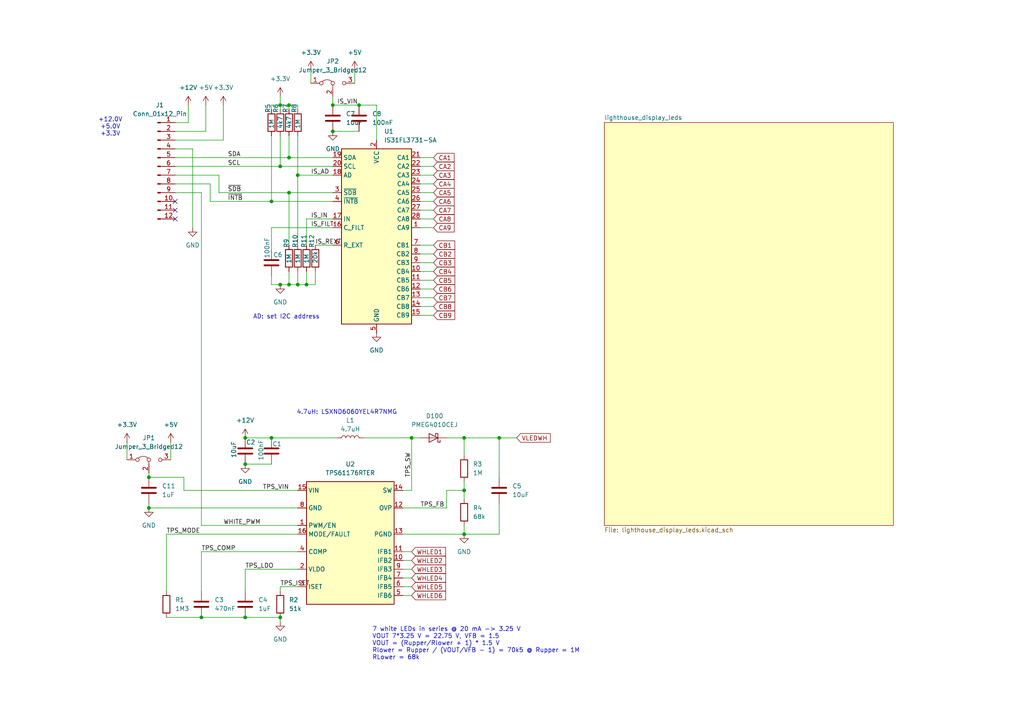
<source format=kicad_sch>
(kicad_sch (version 20231120) (generator "eeschema") (generator_version "8.0")
  (paper "A4")
  (lib_symbols
    (symbol "Connector:Conn_01x12_Pin" (pin_names (offset 1.016) hide)
      (property "Reference" "J" (at 0 15.24 0))
      (property "Value" "Conn_01x12_Pin" (at 0 -17.78 0))
      (symbol "Conn_01x12_Pin_1_1"
        (polyline (pts (xy 1.27 -15.24) (xy 0.8636 -15.24)) (stroke (width 0.1524)))
        (polyline (pts (xy 1.27 -12.7) (xy 0.8636 -12.7)) (stroke (width 0.1524)))
        (polyline (pts (xy 1.27 -10.16) (xy 0.8636 -10.16)) (stroke (width 0.1524)))
        (polyline (pts (xy 1.27 -7.62) (xy 0.8636 -7.62)) (stroke (width 0.1524)))
        (polyline (pts (xy 1.27 -5.08) (xy 0.8636 -5.08)) (stroke (width 0.1524)))
        (polyline (pts (xy 1.27 -2.54) (xy 0.8636 -2.54)) (stroke (width 0.1524)))
        (polyline (pts (xy 1.27 0) (xy 0.8636 0)) (stroke (width 0.1524)))
        (polyline (pts (xy 1.27 2.54) (xy 0.8636 2.54)) (stroke (width 0.1524)))
        (polyline (pts (xy 1.27 5.08) (xy 0.8636 5.08)) (stroke (width 0.1524)))
        (polyline (pts (xy 1.27 7.62) (xy 0.8636 7.62)) (stroke (width 0.1524)))
        (polyline (pts (xy 1.27 10.16) (xy 0.8636 10.16)) (stroke (width 0.1524)))
        (polyline (pts (xy 1.27 12.7) (xy 0.8636 12.7)) (stroke (width 0.1524)))
        (rectangle (start 0.8636 -15.113) (end 0 -15.367) (stroke (width 0.1524)) (fill (type outline)))
        (rectangle (start 0.8636 -12.573) (end 0 -12.827) (stroke (width 0.1524)) (fill (type outline)))
        (rectangle (start 0.8636 -10.033) (end 0 -10.287) (stroke (width 0.1524)) (fill (type outline)))
        (rectangle (start 0.8636 -7.493) (end 0 -7.747) (stroke (width 0.1524)) (fill (type outline)))
        (rectangle (start 0.8636 -4.953) (end 0 -5.207) (stroke (width 0.1524)) (fill (type outline)))
        (rectangle (start 0.8636 -2.413) (end 0 -2.667) (stroke (width 0.1524)) (fill (type outline)))
        (rectangle (start 0.8636 0.127) (end 0 -0.127) (stroke (width 0.1524)) (fill (type outline)))
        (rectangle (start 0.8636 2.667) (end 0 2.413) (stroke (width 0.1524)) (fill (type outline)))
        (rectangle (start 0.8636 5.207) (end 0 4.953) (stroke (width 0.1524)) (fill (type outline)))
        (rectangle (start 0.8636 7.747) (end 0 7.493) (stroke (width 0.1524)) (fill (type outline)))
        (rectangle (start 0.8636 10.287) (end 0 10.033) (stroke (width 0.1524)) (fill (type outline)))
        (rectangle (start 0.8636 12.827) (end 0 12.573) (stroke (width 0.1524)) (fill (type outline)))
        (pin passive line (at 5.08 12.7 180) (length 3.81) (name "Pin_1") (number "1"))
        (pin passive line (at 5.08 -10.16 180) (length 3.81) (name "Pin_10") (number "10"))
        (pin passive line (at 5.08 -12.7 180) (length 3.81) (name "Pin_11") (number "11"))
        (pin passive line (at 5.08 -15.24 180) (length 3.81) (name "Pin_12") (number "12"))
        (pin passive line (at 5.08 10.16 180) (length 3.81) (name "Pin_2") (number "2"))
        (pin passive line (at 5.08 7.62 180) (length 3.81) (name "Pin_3") (number "3"))
        (pin passive line (at 5.08 5.08 180) (length 3.81) (name "Pin_4") (number "4"))
        (pin passive line (at 5.08 2.54 180) (length 3.81) (name "Pin_5") (number "5"))
        (pin passive line (at 5.08 0 180) (length 3.81) (name "Pin_6") (number "6"))
        (pin passive line (at 5.08 -2.54 180) (length 3.81) (name "Pin_7") (number "7"))
        (pin passive line (at 5.08 -5.08 180) (length 3.81) (name "Pin_8") (number "8"))
        (pin passive line (at 5.08 -7.62 180) (length 3.81) (name "Pin_9") (number "9"))
      )
    )
    (symbol "Device:C" (pin_numbers hide) (pin_names (offset 0.254))
      (property "Reference" "C" (at 0.635 2.54 0))
      (property "Value" "C" (at 0.635 -2.54 0))
      (symbol "C_0_1"
        (polyline (pts (xy -2.032 -0.762) (xy 2.032 -0.762)) (stroke (width 0.508)))
        (polyline (pts (xy -2.032 0.762) (xy 2.032 0.762)) (stroke (width 0.508)))
      )
      (symbol "C_1_1"
        (pin passive line (at 0 3.81 270) (length 2.794) (name "~") (number "1"))
        (pin passive line (at 0 -3.81 90) (length 2.794) (name "~") (number "2"))
      )
    )
    (symbol "Device:L" (pin_numbers hide) (pin_names (offset 1.016) hide)
      (property "Reference" "L" (at -1.27 0 90))
      (property "Value" "L" (at 1.905 0 90))
      (symbol "L_0_1"
        (arc (start 0 -2.54) (mid 0.6323 -1.905) (end 0 -1.27))
        (arc (start 0 -1.27) (mid 0.6323 -0.635) (end 0 0))
        (arc (start 0 0) (mid 0.6323 0.635) (end 0 1.27))
        (arc (start 0 1.27) (mid 0.6323 1.905) (end 0 2.54))
      )
      (symbol "L_1_1"
        (pin passive line (at 0 3.81 270) (length 1.27) (name "1") (number "1"))
        (pin passive line (at 0 -3.81 90) (length 1.27) (name "2") (number "2"))
      )
    )
    (symbol "Device:R" (pin_numbers hide) (pin_names (offset 0))
      (property "Reference" "R" (at 2.032 0 90))
      (property "Value" "R" (at 0 0 90))
      (symbol "R_0_1"
        (rectangle (start -1.016 -2.54) (end 1.016 2.54) (stroke (width 0.254)))
      )
      (symbol "R_1_1"
        (pin passive line (at 0 3.81 270) (length 1.27) (name "~") (number "1"))
        (pin passive line (at 0 -3.81 90) (length 1.27) (name "~") (number "2"))
      )
    )
    (symbol "Diode:PMEG4010CEJ" (pin_numbers hide) (pin_names hide)
      (property "Reference" "D" (at 0 2.54 0))
      (property "Value" "PMEG4010CEJ" (at 0 -2.54 0))
      (symbol "PMEG4010CEJ_0_1"
        (polyline (pts (xy 1.27 0) (xy -1.27 0)))
        (polyline (pts (xy 1.27 1.27) (xy 1.27 -1.27) (xy -1.27 0) (xy 1.27 1.27)) (stroke (width 0.2032)))
        (polyline (pts (xy -1.905 0.635) (xy -1.905 1.27) (xy -1.27 1.27) (xy -1.27 -1.27) (xy -0.635 -1.27) (xy -0.635 -0.635)) (stroke (width 0.2032)))
      )
      (symbol "PMEG4010CEJ_1_1"
        (pin passive line (at -3.81 0 0) (length 2.54) (name "K") (number "1"))
        (pin passive line (at 3.81 0 180) (length 2.54) (name "A") (number "2"))
      )
    )
    (symbol "Driver_LED:IS31FL3731-SA"
      (property "Reference" "U" (at -10.16 26.035 0))
      (property "Value" "IS31FL3731-SA" (at 2.54 -26.035 0))
      (symbol "IS31FL3731-SA_0_1"
        (rectangle (start -10.16 25.4) (end 10.16 -25.4) (stroke (width 0.254)) (fill (type background)))
      )
      (symbol "IS31FL3731-SA_1_1"
        (pin bidirectional line (at 12.7 2.54 180) (length 2.54) (name "CA9") (number "1"))
        (pin bidirectional line (at 12.7 -10.16 180) (length 2.54) (name "CB4") (number "10"))
        (pin bidirectional line (at 12.7 -12.7 180) (length 2.54) (name "CB5") (number "11"))
        (pin bidirectional line (at 12.7 -15.24 180) (length 2.54) (name "CB6") (number "12"))
        (pin bidirectional line (at 12.7 -17.78 180) (length 2.54) (name "CB7") (number "13"))
        (pin bidirectional line (at 12.7 -20.32 180) (length 2.54) (name "CB8") (number "14"))
        (pin bidirectional line (at 12.7 -22.86 180) (length 2.54) (name "CB9") (number "15"))
        (pin passive line (at -12.7 2.54 0) (length 2.54) (name "C_FILT") (number "16"))
        (pin input line (at -12.7 5.08 0) (length 2.54) (name "IN") (number "17"))
        (pin input line (at -12.7 17.78 0) (length 2.54) (name "AD") (number "18"))
        (pin bidirectional line (at -12.7 22.86 0) (length 2.54) (name "SDA") (number "19"))
        (pin power_in line (at 0 27.94 270) (length 2.54) (name "VCC") (number "2"))
        (pin input line (at -12.7 20.32 0) (length 2.54) (name "SCL") (number "20"))
        (pin bidirectional line (at 12.7 22.86 180) (length 2.54) (name "CA1") (number "21"))
        (pin bidirectional line (at 12.7 20.32 180) (length 2.54) (name "CA2") (number "22"))
        (pin bidirectional line (at 12.7 17.78 180) (length 2.54) (name "CA3") (number "23"))
        (pin bidirectional line (at 12.7 15.24 180) (length 2.54) (name "CA4") (number "24"))
        (pin bidirectional line (at 12.7 12.7 180) (length 2.54) (name "CA5") (number "25"))
        (pin bidirectional line (at 12.7 10.16 180) (length 2.54) (name "CA6") (number "26"))
        (pin bidirectional line (at 12.7 7.62 180) (length 2.54) (name "CA7") (number "27"))
        (pin bidirectional line (at 12.7 5.08 180) (length 2.54) (name "CA8") (number "28"))
        (pin input line (at -12.7 12.7 0) (length 2.54) (name "~{SDB}") (number "3"))
        (pin open_collector line (at -12.7 10.16 0) (length 2.54) (name "~{INTB}") (number "4"))
        (pin power_in line (at 0 -27.94 90) (length 2.54) (name "GND") (number "5"))
        (pin passive line (at -12.7 -2.54 0) (length 2.54) (name "R_EXT") (number "6"))
        (pin bidirectional line (at 12.7 -2.54 180) (length 2.54) (name "CB1") (number "7"))
        (pin bidirectional line (at 12.7 -5.08 180) (length 2.54) (name "CB2") (number "8"))
        (pin bidirectional line (at 12.7 -7.62 180) (length 2.54) (name "CB3") (number "9"))
      )
    )
    (symbol "Jumper:Jumper_3_Bridged12" (pin_names (offset 0) hide) (exclude_from_sim yes) (in_bom no)
      (property "Reference" "JP" (at -2.54 -2.54 0))
      (property "Value" "Jumper_3_Bridged12" (at 0 2.794 0))
      (symbol "Jumper_3_Bridged12_0_0"
        (circle (center -3.302 0) (radius 0.508))
        (circle (center 0 0) (radius 0.508))
        (circle (center 3.302 0) (radius 0.508))
      )
      (symbol "Jumper_3_Bridged12_0_1"
        (arc (start -0.254 0.508) (mid -1.651 0.9912) (end -3.048 0.508))
        (polyline (pts (xy 0 -1.27) (xy 0 -0.508)))
      )
      (symbol "Jumper_3_Bridged12_1_1"
        (pin passive line (at -6.35 0 0) (length 2.54) (name "A") (number "1"))
        (pin passive line (at 0 -3.81 90) (length 2.54) (name "C") (number "2"))
        (pin passive line (at 6.35 0 180) (length 2.54) (name "B") (number "3"))
      )
    )
    (symbol "lighthouse:TPS61176RTER"
      (property "Reference" "U" (at 0 17.78 0))
      (property "Value" "TPS61176RTER" (at 0 -22.86 0))
      (symbol "TPS61176RTER_1_1"
        (rectangle (start -12.7 15.24) (end 12.7 -20.32) (stroke (width 0.254) (color 132 0 0 1)) (fill (type background)))
        (pin input line (at -15.24 2.54 0) (length 2.54) (name "PWM/EN") (number "1"))
        (pin input line (at 15.24 -7.62 180) (length 2.54) (name "IFB2") (number "10"))
        (pin input line (at 15.24 -5.08 180) (length 2.54) (name "IFB1") (number "11"))
        (pin input line (at 15.24 7.62 180) (length 2.54) (name "OVP") (number "12"))
        (pin input line (at 15.24 0 180) (length 2.54) (name "PGND") (number "13"))
        (pin input line (at 15.24 12.7 180) (length 2.54) (name "SW") (number "14"))
        (pin input line (at -15.24 12.7 0) (length 2.54) (name "VIN") (number "15"))
        (pin input line (at -15.24 0 0) (length 2.54) (name "MODE/FAULT") (number "16"))
        (pin input line (at -15.24 -10.16 0) (length 2.54) (name "VLDO") (number "2"))
        (pin input line (at -15.24 -15.24 0) (length 2.54) (name "ISET") (number "3"))
        (pin input line (at -15.24 -5.08 0) (length 2.54) (name "COMP") (number "4"))
        (pin input line (at 15.24 -17.78 180) (length 2.54) (name "IFB6") (number "5"))
        (pin input line (at 15.24 -15.24 180) (length 2.54) (name "IFB5") (number "6"))
        (pin input line (at 15.24 -12.7 180) (length 2.54) (name "IFB4") (number "7"))
        (pin input line (at -15.24 7.62 0) (length 2.54) (name "GND") (number "8"))
        (pin input line (at 15.24 -10.16 180) (length 2.54) (name "IFB3") (number "9"))
      )
    )
    (symbol "power:+12V" (power) (pin_numbers hide) (pin_names (offset 0) hide)
      (property "Value" "+12V" (at 0 3.556 0))
      (symbol "+12V_0_1"
        (polyline (pts (xy -0.762 1.27) (xy 0 2.54)))
        (polyline (pts (xy 0 0) (xy 0 2.54)))
        (polyline (pts (xy 0 2.54) (xy 0.762 1.27)))
      )
      (symbol "+12V_1_1"
        (pin power_in line (at 0 0 90) (length 0) (name "~") (number "1"))
      )
    )
    (symbol "power:+3.3V" (power) (pin_numbers hide) (pin_names (offset 0) hide)
      (property "Value" "+3.3V" (at 0 3.556 0))
      (symbol "+3.3V_0_1"
        (polyline (pts (xy -0.762 1.27) (xy 0 2.54)))
        (polyline (pts (xy 0 0) (xy 0 2.54)))
        (polyline (pts (xy 0 2.54) (xy 0.762 1.27)))
      )
      (symbol "+3.3V_1_1"
        (pin power_in line (at 0 0 90) (length 0) (name "~") (number "1"))
      )
    )
    (symbol "power:+5V" (power) (pin_numbers hide) (pin_names (offset 0) hide)
      (property "Value" "+5V" (at 0 3.556 0))
      (symbol "+5V_0_1"
        (polyline (pts (xy -0.762 1.27) (xy 0 2.54)))
        (polyline (pts (xy 0 0) (xy 0 2.54)))
        (polyline (pts (xy 0 2.54) (xy 0.762 1.27)))
      )
      (symbol "+5V_1_1"
        (pin power_in line (at 0 0 90) (length 0) (name "~") (number "1"))
      )
    )
    (symbol "power:GND" (power) (pin_numbers hide) (pin_names (offset 0) hide)
      (property "Value" "GND" (at 0 -3.81 0))
      (symbol "GND_0_1"
        (polyline (pts (xy 0 0) (xy 0 -1.27) (xy 1.27 -1.27) (xy 0 -2.54) (xy -1.27 -1.27) (xy 0 -1.27)))
      )
      (symbol "GND_1_1"
        (pin power_in line (at 0 0 270) (length 0) (name "~") (number "1"))
      )
    )
  )
  (junction (at 43.18 138.43))
  (junction (at 71.12 134.62))
  (junction (at 88.9 82.55))
  (junction (at 134.62 127))
  (junction (at 78.74 127))
  (junction (at 119.38 127))
  (junction (at 81.28 48.26))
  (junction (at 71.12 179.07))
  (junction (at 86.36 50.8))
  (junction (at 81.28 30.48))
  (junction (at 81.28 179.07))
  (junction (at 96.52 30.48))
  (junction (at 83.82 82.55))
  (junction (at 81.28 82.55))
  (junction (at 134.62 142.24))
  (junction (at 144.78 127))
  (junction (at 83.82 55.88))
  (junction (at 104.14 30.48))
  (junction (at 134.62 154.94))
  (junction (at 43.18 147.32))
  (junction (at 83.82 30.48))
  (junction (at 58.42 179.07))
  (junction (at 86.36 82.55))
  (junction (at 83.82 45.72))
  (junction (at 71.12 127))
  (junction (at 78.74 58.42))
  (junction (at 96.52 38.1))
  (no_connect (at 50.8 60.96))
  (no_connect (at 50.8 63.5))
  (no_connect (at 50.8 58.42))
  (wire (pts (xy 86.36 50.8) (xy 96.52 50.8)))
  (wire (pts (xy 71.12 179.07) (xy 81.28 179.07)))
  (wire (pts (xy 86.36 170.18) (xy 81.28 170.18)))
  (wire (pts (xy 78.74 66.04) (xy 96.52 66.04)))
  (wire (pts (xy 71.12 127) (xy 78.74 127)))
  (wire (pts (xy 83.82 45.72) (xy 83.82 39.37)))
  (wire (pts (xy 91.44 71.12) (xy 96.52 71.12)))
  (wire (pts (xy 121.92 86.36) (xy 125.73 86.36)))
  (wire (pts (xy 109.22 40.64) (xy 109.22 30.48)))
  (wire (pts (xy 58.42 160.02) (xy 58.42 171.45)))
  (wire (pts (xy 134.62 127) (xy 134.62 132.08)))
  (wire (pts (xy 78.74 127) (xy 97.79 127)))
  (wire (pts (xy 96.52 38.1) (xy 104.14 38.1)))
  (wire (pts (xy 81.28 30.48) (xy 81.28 31.75)))
  (wire (pts (xy 121.92 76.2) (xy 125.73 76.2)))
  (wire (pts (xy 81.28 27.94) (xy 81.28 30.48)))
  (wire (pts (xy 116.84 142.24) (xy 119.38 142.24)))
  (wire (pts (xy 43.18 147.32) (xy 86.36 147.32)))
  (wire (pts (xy 121.92 88.9) (xy 125.73 88.9)))
  (wire (pts (xy 144.78 146.05) (xy 144.78 154.94)))
  (wire (pts (xy 116.84 167.64) (xy 119.38 167.64)))
  (wire (pts (xy 88.9 82.55) (xy 91.44 82.55)))
  (wire (pts (xy 50.8 38.1) (xy 59.69 38.1)))
  (wire (pts (xy 71.12 165.1) (xy 71.12 171.45)))
  (wire (pts (xy 63.5 50.8) (xy 50.8 50.8)))
  (wire (pts (xy 144.78 127) (xy 149.86 127)))
  (wire (pts (xy 81.28 39.37) (xy 81.28 48.26)))
  (wire (pts (xy 116.84 154.94) (xy 134.62 154.94)))
  (wire (pts (xy 91.44 78.74) (xy 91.44 82.55)))
  (wire (pts (xy 63.5 55.88) (xy 83.82 55.88)))
  (wire (pts (xy 116.84 165.1) (xy 119.38 165.1)))
  (wire (pts (xy 121.92 60.96) (xy 125.73 60.96)))
  (wire (pts (xy 134.62 152.4) (xy 134.62 154.94)))
  (wire (pts (xy 83.82 55.88) (xy 96.52 55.88)))
  (wire (pts (xy 86.36 39.37) (xy 86.36 50.8)))
  (wire (pts (xy 86.36 160.02) (xy 58.42 160.02)))
  (wire (pts (xy 50.8 35.56) (xy 54.61 35.56)))
  (wire (pts (xy 81.28 170.18) (xy 81.28 171.45)))
  (wire (pts (xy 78.74 30.48) (xy 81.28 30.48)))
  (wire (pts (xy 58.42 179.07) (xy 71.12 179.07)))
  (wire (pts (xy 134.62 142.24) (xy 134.62 139.7)))
  (wire (pts (xy 60.96 58.42) (xy 78.74 58.42)))
  (wire (pts (xy 96.52 30.48) (xy 104.14 30.48)))
  (wire (pts (xy 121.92 55.88) (xy 125.73 55.88)))
  (wire (pts (xy 53.34 138.43) (xy 43.18 138.43)))
  (wire (pts (xy 58.42 55.88) (xy 50.8 55.88)))
  (wire (pts (xy 96.52 63.5) (xy 88.9 63.5)))
  (wire (pts (xy 64.77 30.48) (xy 64.77 40.64)))
  (wire (pts (xy 116.84 172.72) (xy 119.38 172.72)))
  (wire (pts (xy 116.84 160.02) (xy 119.38 160.02)))
  (wire (pts (xy 83.82 30.48) (xy 83.82 31.75)))
  (wire (pts (xy 78.74 80.01) (xy 78.74 82.55)))
  (wire (pts (xy 134.62 154.94) (xy 144.78 154.94)))
  (wire (pts (xy 83.82 82.55) (xy 86.36 82.55)))
  (wire (pts (xy 53.34 142.24) (xy 53.34 138.43)))
  (wire (pts (xy 90.17 20.32) (xy 90.17 24.13)))
  (wire (pts (xy 50.8 48.26) (xy 81.28 48.26)))
  (wire (pts (xy 129.54 147.32) (xy 129.54 142.24)))
  (wire (pts (xy 81.28 82.55) (xy 83.82 82.55)))
  (wire (pts (xy 71.12 134.62) (xy 78.74 134.62)))
  (wire (pts (xy 121.92 48.26) (xy 125.73 48.26)))
  (wire (pts (xy 53.34 142.24) (xy 86.36 142.24)))
  (wire (pts (xy 86.36 31.75) (xy 86.36 30.48)))
  (wire (pts (xy 144.78 138.43) (xy 144.78 127)))
  (wire (pts (xy 63.5 55.88) (xy 63.5 50.8)))
  (wire (pts (xy 59.69 38.1) (xy 59.69 30.48)))
  (wire (pts (xy 58.42 152.4) (xy 58.42 55.88)))
  (wire (pts (xy 129.54 142.24) (xy 134.62 142.24)))
  (wire (pts (xy 121.92 53.34) (xy 125.73 53.34)))
  (wire (pts (xy 54.61 30.48) (xy 54.61 35.56)))
  (wire (pts (xy 86.36 50.8) (xy 86.36 71.12)))
  (wire (pts (xy 48.26 154.94) (xy 48.26 171.45)))
  (wire (pts (xy 121.92 63.5) (xy 125.73 63.5)))
  (wire (pts (xy 121.92 71.12) (xy 125.73 71.12)))
  (wire (pts (xy 78.74 39.37) (xy 78.74 58.42)))
  (wire (pts (xy 43.18 146.05) (xy 43.18 147.32)))
  (wire (pts (xy 50.8 45.72) (xy 83.82 45.72)))
  (wire (pts (xy 48.26 179.07) (xy 58.42 179.07)))
  (wire (pts (xy 129.54 127) (xy 134.62 127)))
  (wire (pts (xy 116.84 170.18) (xy 119.38 170.18)))
  (wire (pts (xy 121.92 73.66) (xy 125.73 73.66)))
  (wire (pts (xy 121.92 58.42) (xy 125.73 58.42)))
  (wire (pts (xy 119.38 127) (xy 121.92 127)))
  (wire (pts (xy 78.74 58.42) (xy 96.52 58.42)))
  (wire (pts (xy 83.82 45.72) (xy 96.52 45.72)))
  (wire (pts (xy 96.52 48.26) (xy 81.28 48.26)))
  (wire (pts (xy 78.74 82.55) (xy 81.28 82.55)))
  (wire (pts (xy 81.28 30.48) (xy 83.82 30.48)))
  (wire (pts (xy 116.84 147.32) (xy 129.54 147.32)))
  (wire (pts (xy 60.96 53.34) (xy 60.96 58.42)))
  (wire (pts (xy 50.8 53.34) (xy 60.96 53.34)))
  (wire (pts (xy 88.9 78.74) (xy 88.9 82.55)))
  (wire (pts (xy 55.88 43.18) (xy 55.88 66.04)))
  (wire (pts (xy 121.92 45.72) (xy 125.73 45.72)))
  (wire (pts (xy 109.22 30.48) (xy 104.14 30.48)))
  (wire (pts (xy 144.78 127) (xy 134.62 127)))
  (wire (pts (xy 58.42 152.4) (xy 86.36 152.4)))
  (wire (pts (xy 49.53 128.27) (xy 49.53 133.35)))
  (wire (pts (xy 102.87 20.32) (xy 102.87 24.13)))
  (wire (pts (xy 96.52 27.94) (xy 96.52 30.48)))
  (wire (pts (xy 36.83 128.27) (xy 36.83 133.35)))
  (wire (pts (xy 121.92 83.82) (xy 125.73 83.82)))
  (wire (pts (xy 88.9 63.5) (xy 88.9 71.12)))
  (wire (pts (xy 86.36 154.94) (xy 48.26 154.94)))
  (wire (pts (xy 121.92 66.04) (xy 125.73 66.04)))
  (wire (pts (xy 121.92 81.28) (xy 125.73 81.28)))
  (wire (pts (xy 81.28 179.07) (xy 81.28 180.34)))
  (wire (pts (xy 83.82 55.88) (xy 83.82 71.12)))
  (wire (pts (xy 50.8 43.18) (xy 55.88 43.18)))
  (wire (pts (xy 83.82 30.48) (xy 86.36 30.48)))
  (wire (pts (xy 78.74 31.75) (xy 78.74 30.48)))
  (wire (pts (xy 86.36 165.1) (xy 71.12 165.1)))
  (wire (pts (xy 43.18 137.16) (xy 43.18 138.43)))
  (wire (pts (xy 125.73 91.44) (xy 121.92 91.44)))
  (wire (pts (xy 119.38 127) (xy 119.38 142.24)))
  (wire (pts (xy 116.84 162.56) (xy 119.38 162.56)))
  (wire (pts (xy 86.36 82.55) (xy 88.9 82.55)))
  (wire (pts (xy 134.62 144.78) (xy 134.62 142.24)))
  (wire (pts (xy 78.74 72.39) (xy 78.74 66.04)))
  (wire (pts (xy 121.92 50.8) (xy 125.73 50.8)))
  (wire (pts (xy 86.36 78.74) (xy 86.36 82.55)))
  (wire (pts (xy 83.82 78.74) (xy 83.82 82.55)))
  (wire (pts (xy 121.92 78.74) (xy 125.73 78.74)))
  (wire (pts (xy 64.77 40.64) (xy 50.8 40.64)))
  (wire (pts (xy 105.41 127) (xy 119.38 127)))
  (text "AD: set I2C address" (at 83.058 91.948 0) (effects (font (size 1.27 1.27))))
  (text "4.7uH: LSXND6060YEL4R7NMG " (at 101.092 119.634 0) (effects (font (size 1.27 1.27))))
  (text "7 white LEDs in series @ 20 mA -> 3.25 V\nVOUT 7*3.25 V = 22.75 V, VFB = 1.5\nVOUT = (Rupper/Rlower + 1) * 1.5 V\nRlower = Rupper / (VOUT/VFB - 1) = 70k5 @ Rupper = 1M\nRLower = 68k" (at 107.95 186.69 0) (effects (font (size 1.27 1.27)) (justify left)))
  (text "+12.0V\n+5.0V\n+3.3V" (at 32.004 36.83 0) (effects (font (size 1.27 1.27))))
  (label "IS_REXT" (at 91.44 71.12 0))
  (label "IS_FILT" (at 90.17 66.04 0))
  (label "SDA" (at 66.04 45.72 0))
  (label "TPS_SW" (at 119.38 138.43 90))
  (label "IS_IN" (at 90.17 63.5 0))
  (label "TPS_LDO" (at 71.12 165.1 0))
  (label "TPS_VIN" (at 76.2 142.24 0))
  (label "SCL" (at 66.04 48.26 0))
  (label "TPS_COMP" (at 58.42 160.02 0))
  (label "TPS_ISET" (at 81.28 170.18 0))
  (label "TPS_MODE" (at 48.26 154.94 0))
  (label "~{SDB}" (at 66.04 55.88 0))
  (label "WHITE_PWM" (at 64.77 152.4 0))
  (label "IS_VIN" (at 97.79 30.48 0))
  (label "~{INTB}" (at 66.04 58.42 0))
  (label "IS_AD" (at 90.17 50.8 0))
  (label "TPS_FB" (at 121.92 147.32 0))
  (global_label "WHLED2" (shape input) (at 119.38 162.56 0) (property "Intersheetrefs" "${INTERSHEET_REFS}" (effects (hide yes))))
  (global_label "CA9" (shape input) (at 125.73 66.04 0) (property "Intersheetrefs" "${INTERSHEET_REFS}" (effects (hide yes))))
  (global_label "CB1" (shape input) (at 125.73 71.12 0) (property "Intersheetrefs" "${INTERSHEET_REFS}" (effects (hide yes))))
  (global_label "CA7" (shape input) (at 125.73 60.96 0) (property "Intersheetrefs" "${INTERSHEET_REFS}" (effects (hide yes))))
  (global_label "CB7" (shape input) (at 125.73 86.36 0) (property "Intersheetrefs" "${INTERSHEET_REFS}" (effects (hide yes))))
  (global_label "CA4" (shape input) (at 125.73 53.34 0) (property "Intersheetrefs" "${INTERSHEET_REFS}" (effects (hide yes))))
  (global_label "CB5" (shape input) (at 125.73 81.28 0) (property "Intersheetrefs" "${INTERSHEET_REFS}" (effects (hide yes))))
  (global_label "CA1" (shape input) (at 125.73 45.72 0) (property "Intersheetrefs" "${INTERSHEET_REFS}" (effects (hide yes))))
  (global_label "WHLED5" (shape input) (at 119.38 170.18 0) (property "Intersheetrefs" "${INTERSHEET_REFS}" (effects (hide yes))))
  (global_label "CB6" (shape input) (at 125.73 83.82 0) (property "Intersheetrefs" "${INTERSHEET_REFS}" (effects (hide yes))))
  (global_label "CB3" (shape input) (at 125.73 76.2 0) (property "Intersheetrefs" "${INTERSHEET_REFS}" (effects (hide yes))))
  (global_label "VLEDWH" (shape input) (at 149.86 127 0) (property "Intersheetrefs" "${INTERSHEET_REFS}" (effects (hide yes))))
  (global_label "CA8" (shape input) (at 125.73 63.5 0) (property "Intersheetrefs" "${INTERSHEET_REFS}" (effects (hide yes))))
  (global_label "CA2" (shape input) (at 125.73 48.26 0) (property "Intersheetrefs" "${INTERSHEET_REFS}" (effects (hide yes))))
  (global_label "WHLED3" (shape input) (at 119.38 165.1 0) (property "Intersheetrefs" "${INTERSHEET_REFS}" (effects (hide yes))))
  (global_label "WHLED1" (shape input) (at 119.38 160.02 0) (property "Intersheetrefs" "${INTERSHEET_REFS}" (effects (hide yes))))
  (global_label "CB2" (shape input) (at 125.73 73.66 0) (property "Intersheetrefs" "${INTERSHEET_REFS}" (effects (hide yes))))
  (global_label "CA5" (shape input) (at 125.73 55.88 0) (property "Intersheetrefs" "${INTERSHEET_REFS}" (effects (hide yes))))
  (global_label "CA6" (shape input) (at 125.73 58.42 0) (property "Intersheetrefs" "${INTERSHEET_REFS}" (effects (hide yes))))
  (global_label "CB9" (shape input) (at 125.73 91.44 0) (property "Intersheetrefs" "${INTERSHEET_REFS}" (effects (hide yes))))
  (global_label "CB4" (shape input) (at 125.73 78.74 0) (property "Intersheetrefs" "${INTERSHEET_REFS}" (effects (hide yes))))
  (global_label "WHLED6" (shape input) (at 119.38 172.72 0) (property "Intersheetrefs" "${INTERSHEET_REFS}" (effects (hide yes))))
  (global_label "WHLED4" (shape input) (at 119.38 167.64 0) (property "Intersheetrefs" "${INTERSHEET_REFS}" (effects (hide yes))))
  (global_label "CB8" (shape input) (at 125.73 88.9 0) (property "Intersheetrefs" "${INTERSHEET_REFS}" (effects (hide yes))))
  (global_label "CA3" (shape input) (at 125.73 50.8 0) (property "Intersheetrefs" "${INTERSHEET_REFS}" (effects (hide yes))))
  (symbol (lib_id "Device:R") (at 78.74 35.56 180) (unit 1)
    (property "Reference" "R5" (at 77.724 32.766 90) (effects (justify right)))
    (property "Value" "1M" (at 78.74 37.338 90) (effects (justify right)))
    (property "Footprint" "Resistor_SMD:R_0603_1608Metric_Pad0.98x0.95mm_HandSolder" (effects (hide yes)))
    (property "Description" "Resistor" (effects (hide yes)))
  )
  (symbol (lib_id "lighthouse:TPS61176RTER") (at 101.6 154.94 0) (unit 1)
    (property "Reference" "U2" (at 101.6 134.62 0))
    (property "Value" "TPS61176RTER" (at 101.6 137.16 0))
    (property "Footprint" "Package_DFN_QFN:Texas_RTE0016D_WQFN-16-1EP_3x3mm_P0.5mm_EP0.8x0.8mm" (effects (hide yes)))
  )
  (symbol (lib_id "power:GND") (at 109.22 96.52 0) (unit 1)
    (property "Reference" "#PWR05" (effects (hide yes)))
    (property "Value" "GND" (at 109.22 101.6 0))
    (property "Description" "Power symbol creates a global label with name \"GND\" , ground" (effects (hide yes)))
  )
  (symbol (lib_id "power:+3.3V") (at 64.77 30.48 0) (unit 1)
    (property "Reference" "#PWR011" (effects (hide yes)))
    (property "Value" "+3.3V" (at 64.77 25.4 0))
    (property "Description" "Power symbol creates a global label with name \"+3.3V\"" (effects (hide yes)))
  )
  (symbol (lib_id "Device:R") (at 81.28 35.56 180) (unit 1)
    (property "Reference" "R6" (at 80.01 32.766 90) (effects (justify right)))
    (property "Value" "4k7" (at 81.28 37.338 90) (effects (justify right)))
    (property "Footprint" "Resistor_SMD:R_0603_1608Metric_Pad0.98x0.95mm_HandSolder" (effects (hide yes)))
    (property "Description" "Resistor" (effects (hide yes)))
  )
  (symbol (lib_id "Device:R") (at 86.36 35.56 180) (unit 1)
    (property "Reference" "R8" (at 85.344 32.766 90) (effects (justify right)))
    (property "Value" "1M" (at 86.36 37.338 90) (effects (justify right)))
    (property "Footprint" "Resistor_SMD:R_0603_1608Metric_Pad0.98x0.95mm_HandSolder" (effects (hide yes)))
    (property "Description" "Resistor" (effects (hide yes)))
  )
  (symbol (lib_id "Device:C") (at 43.18 142.24 0) (unit 1)
    (property "Reference" "C11" (at 46.99 140.9699 0) (effects (justify left)))
    (property "Value" "1uF" (at 46.99 143.5099 0) (effects (justify left)))
    (property "Footprint" "Capacitor_SMD:C_0805_2012Metric_Pad1.18x1.45mm_HandSolder" (effects (hide yes)))
    (property "Description" "Unpolarized capacitor" (effects (hide yes)))
  )
  (symbol (lib_id "Device:C") (at 58.42 175.26 0) (unit 1)
    (property "Reference" "C3" (at 62.23 173.9899 0) (effects (justify left)))
    (property "Value" "470nF" (at 62.23 176.5299 0) (effects (justify left)))
    (property "Footprint" "Capacitor_SMD:C_0603_1608Metric_Pad1.08x0.95mm_HandSolder" (effects (hide yes)))
    (property "Description" "Unpolarized capacitor" (effects (hide yes)))
  )
  (symbol (lib_id "Connector:Conn_01x12_Pin") (at 45.72 48.26 0) (unit 1)
    (property "Reference" "J1" (at 46.355 30.48 0))
    (property "Value" "Conn_01x12_Pin" (at 46.355 33.02 0))
    (property "Footprint" "lighthouse:con_1x12_1.27mm_long_pads" (effects (hide yes)))
    (property "Description" "Generic connector, single row, 01x12, script generated" (effects (hide yes)))
  )
  (symbol (lib_id "power:+12V") (at 71.12 127 0) (unit 1)
    (property "Reference" "#PWR08" (effects (hide yes)))
    (property "Value" "+12V" (at 71.12 121.92 0))
    (property "Description" "Power symbol creates a global label with name \"+12V\"" (effects (hide yes)))
  )
  (symbol (lib_id "Device:C") (at 96.52 34.29 0) (unit 1)
    (property "Reference" "C7" (at 100.33 33.0199 0) (effects (justify left)))
    (property "Value" "10uF" (at 100.33 35.5599 0) (effects (justify left)))
    (property "Footprint" "Capacitor_SMD:C_0805_2012Metric_Pad1.18x1.45mm_HandSolder" (effects (hide yes)))
    (property "Description" "Unpolarized capacitor" (effects (hide yes)))
  )
  (symbol (lib_id "Device:C") (at 71.12 175.26 0) (unit 1)
    (property "Reference" "C4" (at 74.93 173.9899 0) (effects (justify left)))
    (property "Value" "1uF" (at 74.93 176.5299 0) (effects (justify left)))
    (property "Footprint" "Capacitor_SMD:C_0805_2012Metric_Pad1.18x1.45mm_HandSolder" (effects (hide yes)))
    (property "Description" "Unpolarized capacitor" (effects (hide yes)))
  )
  (symbol (lib_id "Device:R") (at 86.36 74.93 180) (unit 1)
    (property "Reference" "R10" (at 85.598 71.882 90) (effects (justify right)))
    (property "Value" "1M" (at 86.36 76.454 90) (effects (justify right)))
    (property "Footprint" "Resistor_SMD:R_0603_1608Metric_Pad0.98x0.95mm_HandSolder" (effects (hide yes)))
    (property "Description" "Resistor" (effects (hide yes)))
  )
  (symbol (lib_id "Device:R") (at 91.44 74.93 180) (unit 1)
    (property "Reference" "R12" (at 90.424 71.882 90) (effects (justify right)))
    (property "Value" "20k" (at 91.44 76.454 90) (effects (justify right)))
    (property "Footprint" "Resistor_SMD:R_0603_1608Metric_Pad0.98x0.95mm_HandSolder" (effects (hide yes)))
    (property "Description" "Resistor" (effects (hide yes)))
  )
  (symbol (lib_id "Device:C") (at 78.74 130.81 0) (unit 1)
    (property "Reference" "C1" (at 78.994 128.778 0) (effects (justify left)))
    (property "Value" "100nF" (at 75.692 133.604 90) (effects (justify left)))
    (property "Footprint" "Capacitor_SMD:C_0603_1608Metric_Pad1.08x0.95mm_HandSolder" (effects (hide yes)))
    (property "Description" "Unpolarized capacitor" (effects (hide yes)))
  )
  (symbol (lib_id "power:+5V") (at 102.87 20.32 0) (unit 1)
    (property "Reference" "#PWR015" (effects (hide yes)))
    (property "Value" "+5V" (at 102.87 15.24 0))
    (property "Description" "Power symbol creates a global label with name \"+5V\"" (effects (hide yes)))
  )
  (symbol (lib_id "Jumper:Jumper_3_Bridged12") (at 96.52 24.13 0) (unit 1) (exclude_from_sim yes) (in_bom no)
    (property "Reference" "JP2" (at 96.52 17.78 0))
    (property "Value" "Jumper_3_Bridged12" (at 96.52 20.32 0))
    (property "Footprint" "Jumper:SolderJumper-3_P1.3mm_Bridged12_RoundedPad1.0x1.5mm" (effects (hide yes)))
    (property "Description" "Jumper, 3-pole, pins 1+2 closed/bridged" (effects (hide yes)))
  )
  (symbol (lib_id "power:+12V") (at 54.61 30.48 0) (unit 1)
    (property "Reference" "#PWR07" (effects (hide yes)))
    (property "Value" "+12V" (at 54.61 25.4 0))
    (property "Description" "Power symbol creates a global label with name \"+12V\"" (effects (hide yes)))
  )
  (symbol (lib_id "Device:R") (at 134.62 135.89 180) (unit 1)
    (property "Reference" "R3" (at 137.16 134.6199 0) (effects (justify right)))
    (property "Value" "1M" (at 137.16 137.1599 0) (effects (justify right)))
    (property "Footprint" "Resistor_SMD:R_0603_1608Metric_Pad0.98x0.95mm_HandSolder" (effects (hide yes)))
    (property "Description" "Resistor" (effects (hide yes)))
  )
  (symbol (lib_id "Jumper:Jumper_3_Bridged12") (at 43.18 133.35 0) (unit 1) (exclude_from_sim yes) (in_bom no)
    (property "Reference" "JP1" (at 43.18 127 0))
    (property "Value" "Jumper_3_Bridged12" (at 43.18 129.54 0))
    (property "Footprint" "Jumper:SolderJumper-3_P1.3mm_Bridged12_RoundedPad1.0x1.5mm" (effects (hide yes)))
    (property "Description" "Jumper, 3-pole, pins 1+2 closed/bridged" (effects (hide yes)))
  )
  (symbol (lib_id "power:GND") (at 55.88 66.04 0) (unit 1)
    (property "Reference" "#PWR010" (effects (hide yes)))
    (property "Value" "GND" (at 55.88 71.12 0))
    (property "Description" "Power symbol creates a global label with name \"GND\" , ground" (effects (hide yes)))
  )
  (symbol (lib_id "power:GND") (at 134.62 154.94 0) (unit 1)
    (property "Reference" "#PWR03" (effects (hide yes)))
    (property "Value" "GND" (at 134.62 160.02 0))
    (property "Description" "Power symbol creates a global label with name \"GND\" , ground" (effects (hide yes)))
  )
  (symbol (lib_id "Device:C") (at 78.74 76.2 0) (unit 1)
    (property "Reference" "C6" (at 79.248 73.914 0) (effects (justify left)))
    (property "Value" "100nF" (at 77.47 74.93 90) (effects (justify left)))
    (property "Footprint" "Capacitor_SMD:C_0603_1608Metric_Pad1.08x0.95mm_HandSolder" (effects (hide yes)))
    (property "Description" "Unpolarized capacitor" (effects (hide yes)))
  )
  (symbol (lib_id "Device:R") (at 83.82 74.93 180) (unit 1)
    (property "Reference" "R9" (at 83.058 71.882 90) (effects (justify right)))
    (property "Value" "1M" (at 83.82 76.454 90) (effects (justify right)))
    (property "Footprint" "Resistor_SMD:R_0603_1608Metric_Pad0.98x0.95mm_HandSolder" (effects (hide yes)))
    (property "Description" "Resistor" (effects (hide yes)))
  )
  (symbol (lib_id "Device:R") (at 83.82 35.56 180) (unit 1)
    (property "Reference" "R7" (at 82.804 32.766 90) (effects (justify right)))
    (property "Value" "4k7" (at 83.82 37.338 90) (effects (justify right)))
    (property "Footprint" "Resistor_SMD:R_0603_1608Metric_Pad0.98x0.95mm_HandSolder" (effects (hide yes)))
    (property "Description" "Resistor" (effects (hide yes)))
  )
  (symbol (lib_id "power:+3.3V") (at 81.28 27.94 0) (unit 1)
    (property "Reference" "#PWR06" (effects (hide yes)))
    (property "Value" "+3.3V" (at 81.28 22.86 0))
    (property "Description" "Power symbol creates a global label with name \"+3.3V\"" (effects (hide yes)))
  )
  (symbol (lib_id "Device:C") (at 71.12 130.81 0) (unit 1)
    (property "Reference" "C2" (at 71.374 128.27 0) (effects (justify left)))
    (property "Value" "10uF" (at 67.818 132.842 90) (effects (justify left)))
    (property "Footprint" "Capacitor_SMD:C_0805_2012Metric_Pad1.18x1.45mm_HandSolder" (effects (hide yes)))
    (property "Description" "Unpolarized capacitor" (effects (hide yes)))
  )
  (symbol (lib_id "power:GND") (at 71.12 134.62 0) (unit 1)
    (property "Reference" "#PWR013" (effects (hide yes)))
    (property "Value" "GND" (at 71.12 139.7 0))
    (property "Description" "Power symbol creates a global label with name \"GND\" , ground" (effects (hide yes)))
  )
  (symbol (lib_id "Device:C") (at 104.14 34.29 0) (unit 1)
    (property "Reference" "C8" (at 107.95 33.0199 0) (effects (justify left)))
    (property "Value" "100nF" (at 107.95 35.5599 0) (effects (justify left)))
    (property "Footprint" "Capacitor_SMD:C_0603_1608Metric_Pad1.08x0.95mm_HandSolder" (effects (hide yes)))
    (property "Description" "Unpolarized capacitor" (effects (hide yes)))
  )
  (symbol (lib_id "Device:L") (at 101.6 127 90) (unit 1)
    (property "Reference" "L1" (at 101.6 121.92 90))
    (property "Value" "4.7uH" (at 101.6 124.46 90))
    (property "Footprint" "Inductor_SMD:L_Taiyo-Yuden_NR-60xx_HandSoldering" (effects (hide yes)))
    (property "Description" "Inductor" (effects (hide yes)))
  )
  (symbol (lib_id "power:GND") (at 81.28 180.34 0) (unit 1)
    (property "Reference" "#PWR01" (effects (hide yes)))
    (property "Value" "GND" (at 81.28 185.42 0))
    (property "Description" "Power symbol creates a global label with name \"GND\" , ground" (effects (hide yes)))
  )
  (symbol (lib_id "Device:R") (at 134.62 148.59 180) (unit 1)
    (property "Reference" "R4" (at 137.16 147.3199 0) (effects (justify right)))
    (property "Value" "68k" (at 137.16 149.8599 0) (effects (justify right)))
    (property "Footprint" "Resistor_SMD:R_0603_1608Metric_Pad0.98x0.95mm_HandSolder" (effects (hide yes)))
    (property "Description" "Resistor" (effects (hide yes)))
  )
  (symbol (lib_id "Device:R") (at 48.26 175.26 180) (unit 1)
    (property "Reference" "R1" (at 50.8 173.9899 0) (effects (justify right)))
    (property "Value" "1M3" (at 50.8 176.5299 0) (effects (justify right)))
    (property "Footprint" "Resistor_SMD:R_0603_1608Metric_Pad0.98x0.95mm_HandSolder" (effects (hide yes)))
    (property "Description" "Resistor" (effects (hide yes)))
  )
  (symbol (lib_id "power:+5V") (at 59.69 30.48 0) (unit 1)
    (property "Reference" "#PWR012" (effects (hide yes)))
    (property "Value" "+5V" (at 59.69 25.4 0))
    (property "Description" "Power symbol creates a global label with name \"+5V\"" (effects (hide yes)))
  )
  (symbol (lib_id "Device:C") (at 144.78 142.24 0) (unit 1)
    (property "Reference" "C5" (at 148.59 140.9699 0) (effects (justify left)))
    (property "Value" "10uF" (at 148.59 143.5099 0) (effects (justify left)))
    (property "Footprint" "Capacitor_SMD:C_0805_2012Metric_Pad1.18x1.45mm_HandSolder" (effects (hide yes)))
    (property "Description" "Unpolarized capacitor" (effects (hide yes)))
  )
  (symbol (lib_id "power:GND") (at 81.28 82.55 0) (unit 1)
    (property "Reference" "#PWR04" (effects (hide yes)))
    (property "Value" "GND" (at 81.28 87.63 0))
    (property "Description" "Power symbol creates a global label with name \"GND\" , ground" (effects (hide yes)))
  )
  (symbol (lib_id "Driver_LED:IS31FL3731-SA") (at 109.22 68.58 0) (unit 1)
    (property "Reference" "U1" (at 111.4141 38.1 0) (effects (justify left)))
    (property "Value" "IS31FL3731-SA" (at 111.4141 40.64 0) (effects (justify left)))
    (property "Footprint" "Package_SO:SSOP-28_5.3x10.2mm_P0.65mm" (effects (hide yes)))
    (property "Datasheet" "http://www.issi.com/WW/pdf/31FL3731.pdf" (effects (hide yes)))
    (property "Description" "9x16 LED matrix driver with 8-bit PWM and breathing, SSOP-28" (effects (hide yes)))
  )
  (symbol (lib_id "Device:R") (at 81.28 175.26 180) (unit 1)
    (property "Reference" "R2" (at 83.82 173.9899 0) (effects (justify right)))
    (property "Value" "51k" (at 83.82 176.5299 0) (effects (justify right)))
    (property "Footprint" "Resistor_SMD:R_0603_1608Metric_Pad0.98x0.95mm_HandSolder" (effects (hide yes)))
    (property "Description" "Resistor" (effects (hide yes)))
  )
  (symbol (lib_id "power:+3.3V") (at 36.83 128.27 0) (unit 1)
    (property "Reference" "#PWR014" (effects (hide yes)))
    (property "Value" "+3.3V" (at 36.83 123.19 0))
    (property "Description" "Power symbol creates a global label with name \"+3.3V\"" (effects (hide yes)))
  )
  (symbol (lib_id "Device:R") (at 88.9 74.93 180) (unit 1)
    (property "Reference" "R11" (at 88.138 71.882 90) (effects (justify right)))
    (property "Value" "1M" (at 88.9 76.454 90) (effects (justify right)))
    (property "Footprint" "Resistor_SMD:R_0603_1608Metric_Pad0.98x0.95mm_HandSolder" (effects (hide yes)))
    (property "Description" "Resistor" (effects (hide yes)))
  )
  (symbol (lib_id "power:+3.3V") (at 90.17 20.32 0) (unit 1)
    (property "Reference" "#PWR016" (effects (hide yes)))
    (property "Value" "+3.3V" (at 90.17 15.24 0))
    (property "Description" "Power symbol creates a global label with name \"+3.3V\"" (effects (hide yes)))
  )
  (symbol (lib_id "power:+5V") (at 49.53 128.27 0) (unit 1)
    (property "Reference" "#PWR017" (effects (hide yes)))
    (property "Value" "+5V" (at 49.53 123.19 0))
    (property "Description" "Power symbol creates a global label with name \"+5V\"" (effects (hide yes)))
  )
  (symbol (lib_id "power:GND") (at 43.18 147.32 0) (unit 1)
    (property "Reference" "#PWR02" (effects (hide yes)))
    (property "Value" "GND" (at 43.18 152.4 0))
    (property "Description" "Power symbol creates a global label with name \"GND\" , ground" (effects (hide yes)))
  )
  (symbol (lib_id "power:GND") (at 96.52 38.1 0) (unit 1)
    (property "Reference" "#PWR09" (effects (hide yes)))
    (property "Value" "GND" (at 96.52 43.18 0))
    (property "Description" "Power symbol creates a global label with name \"GND\" , ground" (effects (hide yes)))
  )
  (symbol (lib_id "Diode:PMEG4010CEJ") (at 125.73 127 180) (unit 1)
    (property "Reference" "D100" (at 126.0475 120.65 0))
    (property "Value" "PMEG4010CEJ" (at 126.0475 123.19 0))
    (property "Footprint" "Diode_SMD:D_SOD-323F" (effects (hide yes)))
    (property "Datasheet" "https://assets.nexperia.com/documents/data-sheet/PMEG4010CEH_PMEG4010CEJ.pdf" (effects (hide yes)))
    (property "Description" "40V, 1A very low Vf MEGA Schottky barrier rectifier, SOD-323F" (effects (hide yes)))
  )
  (sheet (at 175.26 35.56) (size 83.82 116.84) (stroke (width 0.1524) (color 132 0 0 1)) (fill (color 255 255 194 1.0000))
    (property "Sheetname" "lighthouse_display_leds" (at 175.26 34.8484 0) (effects (justify left bottom)))
    (property "Sheetfile" "lighthouse_display_leds.kicad_sch" (at 175.26 152.9846 0) (effects (justify left top)))
  )
)
</source>
